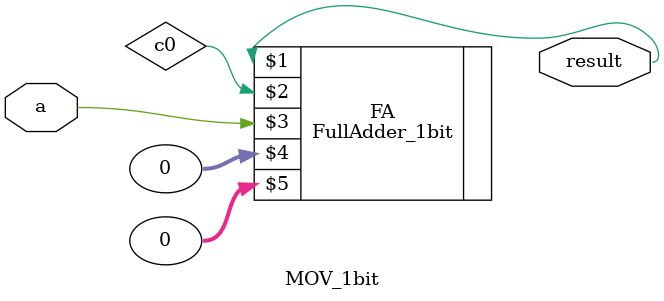
<source format=v>
`timescale 1ns / 1ps
module MOV_1bit(output result, input a
    );
//This is the 1 Bit MOV module
//To MOV, simply add 0 to the input, and return the input unchanged
	 wire c0;
	 FullAdder_1bit FA(result, c0, a,0,0);

endmodule

</source>
